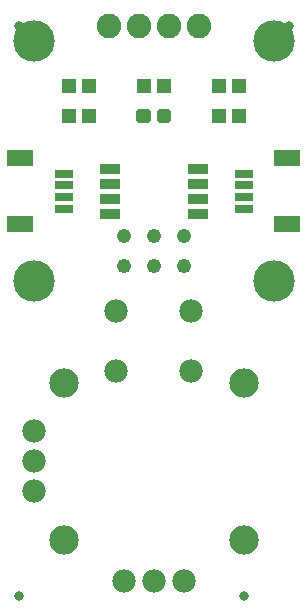
<source format=gts>
G75*
%MOIN*%
%OFA0B0*%
%FSLAX25Y25*%
%IPPOS*%
%LPD*%
%AMOC8*
5,1,8,0,0,1.08239X$1,22.5*
%
%ADD10R,0.05131X0.04737*%
%ADD11C,0.01990*%
%ADD12C,0.13800*%
%ADD13R,0.08674X0.05524*%
%ADD14R,0.06115X0.03162*%
%ADD15C,0.08200*%
%ADD16C,0.04808*%
%ADD17C,0.03300*%
%ADD18C,0.09800*%
%ADD19C,0.07800*%
%ADD20R,0.06800X0.03800*%
D10*
X0154987Y0293933D03*
X0161680Y0293933D03*
X0161680Y0303933D03*
X0154987Y0303933D03*
X0179987Y0303933D03*
X0186680Y0303933D03*
X0204987Y0303933D03*
X0211680Y0303933D03*
X0211680Y0293933D03*
X0204987Y0293933D03*
D11*
X0188159Y0295306D02*
X0188159Y0292560D01*
X0185413Y0292560D01*
X0185413Y0295306D01*
X0188159Y0295306D01*
X0188159Y0294450D02*
X0185413Y0294450D01*
X0181254Y0295306D02*
X0181254Y0292560D01*
X0178508Y0292560D01*
X0178508Y0295306D01*
X0181254Y0295306D01*
X0181254Y0294450D02*
X0178508Y0294450D01*
D12*
X0143333Y0318933D03*
X0143333Y0238933D03*
X0223333Y0238933D03*
X0223333Y0318933D03*
D13*
X0227802Y0279957D03*
X0227802Y0257909D03*
X0138865Y0257909D03*
X0138865Y0279957D03*
D14*
X0153333Y0274839D03*
X0153333Y0270902D03*
X0153333Y0266965D03*
X0153333Y0263028D03*
X0213333Y0263028D03*
X0213333Y0266965D03*
X0213333Y0270902D03*
X0213333Y0274839D03*
D15*
X0198333Y0323933D03*
X0188333Y0323933D03*
X0178333Y0323933D03*
X0168333Y0323933D03*
D16*
X0173333Y0253933D03*
X0173333Y0243933D03*
X0183333Y0243933D03*
X0183333Y0253933D03*
X0193333Y0253933D03*
X0193333Y0243933D03*
D17*
X0138333Y0133933D03*
X0213333Y0133933D03*
X0228333Y0323933D03*
X0138333Y0323933D03*
D18*
X0153333Y0205183D03*
X0153333Y0152683D03*
X0213333Y0152683D03*
X0213333Y0205183D03*
D19*
X0195833Y0208933D03*
X0195833Y0228933D03*
X0170833Y0228933D03*
X0170833Y0208933D03*
X0143333Y0188933D03*
X0143333Y0178933D03*
X0143333Y0168933D03*
X0173333Y0138933D03*
X0183333Y0138933D03*
X0193333Y0138933D03*
D20*
X0198007Y0261433D03*
X0198007Y0266433D03*
X0198007Y0271433D03*
X0198007Y0276433D03*
X0168833Y0276433D03*
X0168833Y0271433D03*
X0168833Y0266433D03*
X0168833Y0261433D03*
M02*

</source>
